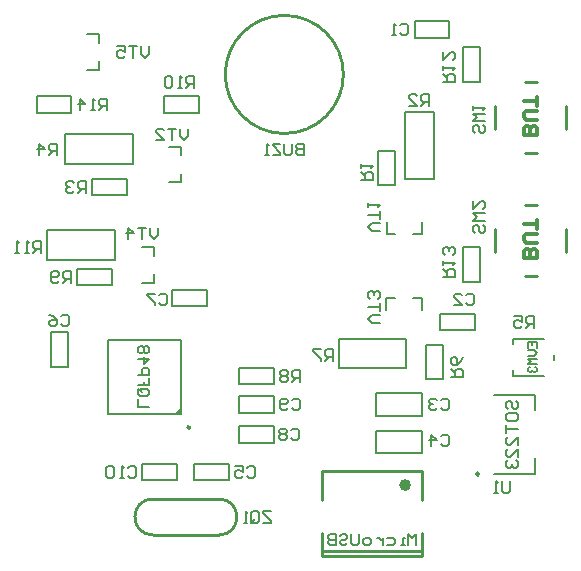
<source format=gbr>
%TF.GenerationSoftware,Altium Limited,Altium Designer,21.2.1 (34)*%
G04 Layer_Color=26472*
%FSLAX25Y25*%
%MOIN*%
%TF.SameCoordinates,9F7D5B0E-9DD4-4BF0-BF89-A6B7BC673C6C*%
%TF.FilePolarity,Positive*%
%TF.FileFunction,Legend,Bot*%
%TF.Part,Single*%
G01*
G75*
%TA.AperFunction,NonConductor*%
%ADD35C,0.01000*%
%ADD36C,0.01008*%
%ADD37C,0.02000*%
%ADD38C,0.00984*%
%ADD39C,0.00600*%
%ADD40C,0.00591*%
%ADD41C,0.00787*%
%ADD42C,0.00799*%
%ADD43C,0.00800*%
%ADD44C,0.01181*%
G36*
X63032Y49429D02*
X60669Y49429D01*
X63032Y51791D01*
X63032Y49429D01*
D02*
G37*
D35*
X117185Y162500D02*
G03*
X117185Y162500I-19685J0D01*
G01*
X191437Y103252D02*
Y111126D01*
X177657Y95378D02*
X181595D01*
X167815Y103252D02*
Y111126D01*
X177657Y119000D02*
X181595D01*
X191437Y144252D02*
Y152126D01*
X177657Y136378D02*
X181595D01*
X167815Y144252D02*
Y152126D01*
X177657Y160000D02*
X181595D01*
X110216Y30354D02*
X143287D01*
X110216Y20512D02*
Y30354D01*
X143287Y20512D02*
Y30354D01*
X110216Y2008D02*
Y9488D01*
X143287Y2008D02*
Y9488D01*
X110216Y2008D02*
X143287D01*
X110216Y3583D02*
X143287D01*
D36*
X53701Y21000D02*
G03*
X53701Y9000I0J-6000D01*
G01*
X75701D02*
G03*
X75701Y21000I0J6000D01*
G01*
X53701D02*
X75701D01*
X53701Y9000D02*
X75701D01*
D37*
X138760Y25630D02*
G03*
X138760Y25630I-984J0D01*
G01*
D38*
X162461Y29311D02*
G03*
X162461Y29311I-492J0D01*
G01*
X66024Y44902D02*
G03*
X66024Y44902I-433J0D01*
G01*
D39*
X35591Y173056D02*
Y175906D01*
X31653D02*
X35591D01*
Y164094D02*
Y166944D01*
X31653Y164094D02*
X35591D01*
X131532Y88039D02*
X134381D01*
X131532Y84102D02*
Y88039D01*
X140493D02*
X143342D01*
Y84102D02*
Y88039D01*
X54090Y102056D02*
Y104905D01*
X50153D02*
X54090D01*
Y93094D02*
Y95944D01*
X50153Y93094D02*
X54090D01*
X140556Y109409D02*
X143405D01*
Y113347D01*
X131595Y109409D02*
X134444D01*
X131595D02*
Y113347D01*
X63090Y135556D02*
Y138406D01*
X59153D02*
X63090D01*
Y126594D02*
Y129444D01*
X59153Y126594D02*
X63090D01*
X60039Y90800D02*
X71595D01*
X60039Y85200D02*
Y90800D01*
Y85200D02*
X71595D01*
Y90800D01*
X128700Y125539D02*
Y137094D01*
Y125539D02*
X134300D01*
Y137094D01*
X128700D02*
X134300D01*
X61594Y27200D02*
Y32800D01*
X50039Y27200D02*
X61594D01*
X50039D02*
Y32800D01*
X61594D01*
X25300Y65000D02*
Y76555D01*
X19700D02*
X25300D01*
X19700Y65000D02*
Y76555D01*
Y65000D02*
X25300D01*
X15000Y149700D02*
X26555D01*
Y155300D01*
X15000D02*
X26555D01*
X15000Y149700D02*
Y155300D01*
X157200Y160039D02*
Y171595D01*
Y160039D02*
X162800D01*
Y171595D01*
X157200D02*
X162800D01*
X94095Y49700D02*
Y55300D01*
X82539Y49700D02*
X94095D01*
X82539D02*
Y55300D01*
X94095D01*
Y39700D02*
Y45300D01*
X82539Y39700D02*
X94095D01*
X82539D02*
Y45300D01*
X94095D01*
X67500Y27200D02*
Y32800D01*
X79055D01*
Y27200D02*
Y32800D01*
X67500Y27200D02*
X79055D01*
X57539Y155300D02*
X69095D01*
X57539Y149700D02*
Y155300D01*
Y149700D02*
X69095D01*
Y155300D01*
X157200Y93445D02*
Y105000D01*
Y93445D02*
X162800D01*
Y105000D01*
X157200D02*
X162800D01*
X140905Y174700D02*
Y180300D01*
X152461D01*
Y174700D02*
Y180300D01*
X140905Y174700D02*
X152461D01*
X161094Y77200D02*
Y82800D01*
X149539Y77200D02*
X161094D01*
X149539D02*
Y82800D01*
X161094D01*
X150300Y60905D02*
Y72461D01*
X144700D02*
X150300D01*
X144700Y60905D02*
Y72461D01*
Y60905D02*
X150300D01*
X33406Y122200D02*
X44961D01*
Y127800D01*
X33406D02*
X44961D01*
X33406Y122200D02*
Y127800D01*
D40*
X82500Y59200D02*
X94055D01*
Y64800D01*
X82500D02*
X94055D01*
X82500Y59200D02*
Y64800D01*
X28405Y92200D02*
X39961D01*
Y97800D01*
X28405D02*
X39961D01*
X28405Y92200D02*
Y97800D01*
X178840Y71451D02*
Y73287D01*
X181595D01*
Y71451D01*
X180217Y73287D02*
Y72369D01*
X178840Y70532D02*
X180676D01*
X181595Y69614D01*
X180676Y68696D01*
X178840D01*
X181595Y67777D02*
X178840D01*
X179758Y66859D01*
X178840Y65941D01*
X181595D01*
X179299Y65022D02*
X178840Y64563D01*
Y63645D01*
X179299Y63186D01*
X179758D01*
X180217Y63645D01*
Y64104D01*
Y63645D01*
X180676Y63186D01*
X181135D01*
X181595Y63645D01*
Y64563D01*
X181135Y65022D01*
D41*
X115600Y74400D02*
X137900D01*
X115600Y64600D02*
Y74400D01*
Y64600D02*
X137900D01*
Y74400D01*
X147400Y127600D02*
Y149900D01*
X137600D02*
X147400D01*
X137600Y127600D02*
Y149900D01*
Y127600D02*
X147400D01*
X52400Y51791D02*
X48858D01*
Y54153D01*
X49449Y57695D02*
X51810D01*
X52400Y57105D01*
Y55924D01*
X51810Y55334D01*
X49449D01*
X48858Y55924D01*
Y57105D01*
X50039Y56514D02*
X48858Y57695D01*
Y57105D02*
X49449Y57695D01*
X52400Y61237D02*
Y58876D01*
X50629D01*
Y60056D01*
Y58876D01*
X48858D01*
Y62418D02*
X52400D01*
Y64189D01*
X51810Y64779D01*
X50629D01*
X50039Y64189D01*
Y62418D01*
X48858Y67731D02*
X52400D01*
X50629Y65960D01*
Y68321D01*
X51810Y69502D02*
X52400Y70092D01*
Y71273D01*
X51810Y71864D01*
X51220D01*
X50629Y71273D01*
X50039Y71864D01*
X49449D01*
X48858Y71273D01*
Y70092D01*
X49449Y69502D01*
X50039D01*
X50629Y70092D01*
X51220Y69502D01*
X51810D01*
X50629Y70092D02*
Y71273D01*
X141500Y5500D02*
Y9436D01*
X140188Y8124D01*
X138876Y9436D01*
Y5500D01*
X137564D02*
X136252D01*
X136908D01*
Y8124D01*
X137564D01*
X131661D02*
X133628D01*
X134284Y7468D01*
Y6156D01*
X133628Y5500D01*
X131661D01*
X130349Y8124D02*
Y5500D01*
Y6812D01*
X129693Y7468D01*
X129037Y8124D01*
X128381D01*
X125757Y5500D02*
X124445D01*
X123789Y6156D01*
Y7468D01*
X124445Y8124D01*
X125757D01*
X126413Y7468D01*
Y6156D01*
X125757Y5500D01*
X122477Y9436D02*
Y6156D01*
X121821Y5500D01*
X120509D01*
X119853Y6156D01*
Y9436D01*
X115918Y8780D02*
X116574Y9436D01*
X117886D01*
X118542Y8780D01*
Y8124D01*
X117886Y7468D01*
X116574D01*
X115918Y6812D01*
Y6156D01*
X116574Y5500D01*
X117886D01*
X118542Y6156D01*
X114606Y9436D02*
Y5500D01*
X112638D01*
X111982Y6156D01*
Y6812D01*
X112638Y7468D01*
X114606D01*
X112638D01*
X111982Y8124D01*
Y8780D01*
X112638Y9436D01*
X114606D01*
X172204Y50876D02*
X171548Y51532D01*
Y52844D01*
X172204Y53500D01*
X172860D01*
X173516Y52844D01*
Y51532D01*
X174172Y50876D01*
X174828D01*
X175484Y51532D01*
Y52844D01*
X174828Y53500D01*
X171548Y47596D02*
Y48908D01*
X172204Y49564D01*
X174828D01*
X175484Y48908D01*
Y47596D01*
X174828Y46940D01*
X172204D01*
X171548Y47596D01*
Y45628D02*
Y43005D01*
Y44317D01*
X175484D01*
Y39069D02*
Y41693D01*
X172860Y39069D01*
X172204D01*
X171548Y39725D01*
Y41037D01*
X172204Y41693D01*
X175484Y35133D02*
Y37757D01*
X172860Y35133D01*
X172204D01*
X171548Y35789D01*
Y37101D01*
X172204Y37757D01*
Y33821D02*
X171548Y33165D01*
Y31853D01*
X172204Y31198D01*
X172860D01*
X173516Y31853D01*
Y32509D01*
Y31853D01*
X174172Y31198D01*
X174828D01*
X175484Y31853D01*
Y33165D01*
X174828Y33821D01*
X163812Y112376D02*
X164468Y111720D01*
Y110408D01*
X163812Y109752D01*
X163156D01*
X162500Y110408D01*
Y111720D01*
X161844Y112376D01*
X161188D01*
X160532Y111720D01*
Y110408D01*
X161188Y109752D01*
X164468Y113688D02*
X160532D01*
X161844Y115000D01*
X160532Y116312D01*
X164468D01*
X160532Y120248D02*
Y117624D01*
X163156Y120248D01*
X163812D01*
X164468Y119592D01*
Y118280D01*
X163812Y117624D01*
X163812Y145532D02*
X164468Y144876D01*
Y143564D01*
X163812Y142908D01*
X163156D01*
X162500Y143564D01*
Y144876D01*
X161844Y145532D01*
X161188D01*
X160532Y144876D01*
Y143564D01*
X161188Y142908D01*
X164468Y146844D02*
X160532D01*
X161844Y148156D01*
X160532Y149468D01*
X164468D01*
X160532Y150780D02*
Y152092D01*
Y151436D01*
X164468D01*
X163812Y150780D01*
X16264Y103032D02*
Y106968D01*
X14296D01*
X13640Y106312D01*
Y105000D01*
X14296Y104344D01*
X16264D01*
X14952D02*
X13640Y103032D01*
X12328D02*
X11016D01*
X11672D01*
Y106968D01*
X12328Y106312D01*
X9048Y103032D02*
X7736D01*
X8392D01*
Y106968D01*
X9048Y106312D01*
X55656Y88812D02*
X56312Y89468D01*
X57624D01*
X58280Y88812D01*
Y86188D01*
X57624Y85532D01*
X56312D01*
X55656Y86188D01*
X54344Y89468D02*
X51720D01*
Y88812D01*
X54344Y86188D01*
Y85532D01*
X123032Y127376D02*
X126968D01*
Y129344D01*
X126312Y130000D01*
X125000D01*
X124344Y129344D01*
Y127376D01*
Y128688D02*
X123032Y130000D01*
Y131312D02*
Y132624D01*
Y131968D01*
X126968D01*
X126312Y131312D01*
X26280Y93032D02*
Y96968D01*
X24312D01*
X23656Y96312D01*
Y95000D01*
X24312Y94344D01*
X26280D01*
X24968D02*
X23656Y93032D01*
X22344Y93688D02*
X21688Y93032D01*
X20376D01*
X19720Y93688D01*
Y96312D01*
X20376Y96968D01*
X21688D01*
X22344Y96312D01*
Y95656D01*
X21688Y95000D01*
X19720D01*
X55248Y111468D02*
Y108844D01*
X53936Y107532D01*
X52624Y108844D01*
Y111468D01*
X51312D02*
X48688D01*
X50000D01*
Y107532D01*
X45408D02*
Y111468D01*
X47376Y109500D01*
X44752D01*
X45296Y31312D02*
X45952Y31968D01*
X47264D01*
X47920Y31312D01*
Y28688D01*
X47264Y28032D01*
X45952D01*
X45296Y28688D01*
X43984Y28032D02*
X42672D01*
X43328D01*
Y31968D01*
X43984Y31312D01*
X40704D02*
X40048Y31968D01*
X38736D01*
X38080Y31312D01*
Y28688D01*
X38736Y28032D01*
X40048D01*
X40704Y28688D01*
Y31312D01*
X93092Y16968D02*
X90468D01*
Y16312D01*
X93092Y13688D01*
Y13032D01*
X90468D01*
X86532Y13688D02*
Y16312D01*
X87188Y16968D01*
X88500D01*
X89156Y16312D01*
Y13688D01*
X88500Y13032D01*
X87188D01*
X87844Y14344D02*
X86532Y13032D01*
X87188D02*
X86532Y13688D01*
X85220Y13032D02*
X83908D01*
X84564D01*
Y16968D01*
X85220Y16312D01*
X52248Y171968D02*
Y169344D01*
X50936Y168032D01*
X49624Y169344D01*
Y171968D01*
X48312D02*
X45688D01*
X47000D01*
Y168032D01*
X41752Y171968D02*
X44376D01*
Y170000D01*
X43064Y170656D01*
X42408D01*
X41752Y170000D01*
Y168688D01*
X42408Y168032D01*
X43720D01*
X44376Y168688D01*
X129468Y79752D02*
X126844D01*
X125532Y81064D01*
X126844Y82376D01*
X129468D01*
Y83688D02*
Y86312D01*
Y85000D01*
X125532D01*
X128812Y87624D02*
X129468Y88280D01*
Y89592D01*
X128812Y90248D01*
X128156D01*
X127500Y89592D01*
Y88936D01*
Y89592D01*
X126844Y90248D01*
X126188D01*
X125532Y89592D01*
Y88280D01*
X126188Y87624D01*
X129468Y110408D02*
X126844D01*
X125532Y111720D01*
X126844Y113032D01*
X129468D01*
Y114344D02*
Y116968D01*
Y115656D01*
X125532D01*
Y118280D02*
Y119592D01*
Y118936D01*
X129468D01*
X128812Y118280D01*
X65248Y144468D02*
Y141844D01*
X63936Y140532D01*
X62624Y141844D01*
Y144468D01*
X61312D02*
X58688D01*
X60000D01*
Y140532D01*
X54752D02*
X57376D01*
X54752Y143156D01*
Y143812D01*
X55408Y144468D01*
X56720D01*
X57376Y143812D01*
X172624Y26968D02*
Y23688D01*
X171968Y23032D01*
X170656D01*
X170000Y23688D01*
Y26968D01*
X168688Y23032D02*
X167376D01*
X168032D01*
Y26968D01*
X168688Y26312D01*
X38420Y150532D02*
Y154468D01*
X36452D01*
X35796Y153812D01*
Y152500D01*
X36452Y151844D01*
X38420D01*
X37108D02*
X35796Y150532D01*
X34484D02*
X33172D01*
X33828D01*
Y154468D01*
X34484Y153812D01*
X29236Y150532D02*
Y154468D01*
X31204Y152500D01*
X28580D01*
X150532Y95080D02*
X154468D01*
Y97048D01*
X153812Y97704D01*
X152500D01*
X151844Y97048D01*
Y95080D01*
Y96392D02*
X150532Y97704D01*
Y99016D02*
Y100328D01*
Y99672D01*
X154468D01*
X153812Y99016D01*
Y102296D02*
X154468Y102952D01*
Y104264D01*
X153812Y104920D01*
X153156D01*
X152500Y104264D01*
Y103608D01*
Y104264D01*
X151844Y104920D01*
X151188D01*
X150532Y104264D01*
Y102952D01*
X151188Y102296D01*
X150532Y160080D02*
X154468D01*
Y162048D01*
X153812Y162704D01*
X152500D01*
X151844Y162048D01*
Y160080D01*
Y161392D02*
X150532Y162704D01*
Y164016D02*
Y165328D01*
Y164672D01*
X154468D01*
X153812Y164016D01*
X150532Y169920D02*
Y167296D01*
X153156Y169920D01*
X153812D01*
X154468Y169264D01*
Y167952D01*
X153812Y167296D01*
X67420Y158032D02*
Y161968D01*
X65452D01*
X64796Y161312D01*
Y160000D01*
X65452Y159344D01*
X67420D01*
X66108D02*
X64796Y158032D01*
X63484D02*
X62172D01*
X62828D01*
Y161968D01*
X63484Y161312D01*
X60204D02*
X59548Y161968D01*
X58236D01*
X57580Y161312D01*
Y158688D01*
X58236Y158032D01*
X59548D01*
X60204Y158688D01*
Y161312D01*
X153032Y61720D02*
X156968D01*
Y63688D01*
X156312Y64344D01*
X155000D01*
X154344Y63688D01*
Y61720D01*
Y63032D02*
X153032Y64344D01*
X156968Y68280D02*
X156312Y66968D01*
X155000Y65656D01*
X153688D01*
X153032Y66312D01*
Y67624D01*
X153688Y68280D01*
X154344D01*
X155000Y67624D01*
Y65656D01*
X102780Y60032D02*
Y63968D01*
X100812D01*
X100156Y63312D01*
Y62000D01*
X100812Y61344D01*
X102780D01*
X101468D02*
X100156Y60032D01*
X98844Y63312D02*
X98188Y63968D01*
X96876D01*
X96220Y63312D01*
Y62656D01*
X96876Y62000D01*
X96220Y61344D01*
Y60688D01*
X96876Y60032D01*
X98188D01*
X98844Y60688D01*
Y61344D01*
X98188Y62000D01*
X98844Y62656D01*
Y63312D01*
X98188Y62000D02*
X96876D01*
X113780Y67032D02*
Y70968D01*
X111812D01*
X111156Y70312D01*
Y69000D01*
X111812Y68344D01*
X113780D01*
X112468D02*
X111156Y67032D01*
X109844Y70968D02*
X107220D01*
Y70312D01*
X109844Y67688D01*
Y67032D01*
X180780Y78032D02*
Y81968D01*
X178812D01*
X178156Y81312D01*
Y80000D01*
X178812Y79344D01*
X180780D01*
X179468D02*
X178156Y78032D01*
X174220Y81968D02*
X176844D01*
Y80000D01*
X175532Y80656D01*
X174876D01*
X174220Y80000D01*
Y78688D01*
X174876Y78032D01*
X176188D01*
X176844Y78688D01*
X145780Y152032D02*
Y155968D01*
X143812D01*
X143156Y155312D01*
Y154000D01*
X143812Y153344D01*
X145780D01*
X144468D02*
X143156Y152032D01*
X139220D02*
X141844D01*
X139220Y154656D01*
Y155312D01*
X139876Y155968D01*
X141188D01*
X141844Y155312D01*
X21780Y135532D02*
Y139468D01*
X19812D01*
X19156Y138812D01*
Y137500D01*
X19812Y136844D01*
X21780D01*
X20468D02*
X19156Y135532D01*
X15876D02*
Y139468D01*
X17844Y137500D01*
X15220D01*
X31280Y123032D02*
Y126968D01*
X29312D01*
X28656Y126312D01*
Y125000D01*
X29312Y124344D01*
X31280D01*
X29968D02*
X28656Y123032D01*
X27344Y126312D02*
X26688Y126968D01*
X25376D01*
X24720Y126312D01*
Y125656D01*
X25376Y125000D01*
X26032D01*
X25376D01*
X24720Y124344D01*
Y123688D01*
X25376Y123032D01*
X26688D01*
X27344Y123688D01*
X100156Y53812D02*
X100812Y54468D01*
X102124D01*
X102780Y53812D01*
Y51188D01*
X102124Y50532D01*
X100812D01*
X100156Y51188D01*
X98844D02*
X98188Y50532D01*
X96876D01*
X96220Y51188D01*
Y53812D01*
X96876Y54468D01*
X98188D01*
X98844Y53812D01*
Y53156D01*
X98188Y52500D01*
X96220D01*
X99656Y43812D02*
X100312Y44468D01*
X101624D01*
X102280Y43812D01*
Y41188D01*
X101624Y40532D01*
X100312D01*
X99656Y41188D01*
X98344Y43812D02*
X97688Y44468D01*
X96376D01*
X95720Y43812D01*
Y43156D01*
X96376Y42500D01*
X95720Y41844D01*
Y41188D01*
X96376Y40532D01*
X97688D01*
X98344Y41188D01*
Y41844D01*
X97688Y42500D01*
X98344Y43156D01*
Y43812D01*
X97688Y42500D02*
X96376D01*
X23156Y81812D02*
X23812Y82468D01*
X25124D01*
X25780Y81812D01*
Y79188D01*
X25124Y78532D01*
X23812D01*
X23156Y79188D01*
X19220Y82468D02*
X20532Y81812D01*
X21844Y80500D01*
Y79188D01*
X21188Y78532D01*
X19876D01*
X19220Y79188D01*
Y79844D01*
X19876Y80500D01*
X21844D01*
X85156Y31312D02*
X85812Y31968D01*
X87124D01*
X87780Y31312D01*
Y28688D01*
X87124Y28032D01*
X85812D01*
X85156Y28688D01*
X81220Y31968D02*
X83844D01*
Y30000D01*
X82532Y30656D01*
X81876D01*
X81220Y30000D01*
Y28688D01*
X81876Y28032D01*
X83188D01*
X83844Y28688D01*
X149656Y41812D02*
X150312Y42468D01*
X151624D01*
X152280Y41812D01*
Y39188D01*
X151624Y38532D01*
X150312D01*
X149656Y39188D01*
X146376Y38532D02*
Y42468D01*
X148344Y40500D01*
X145720D01*
X149656Y53812D02*
X150312Y54468D01*
X151624D01*
X152280Y53812D01*
Y51188D01*
X151624Y50532D01*
X150312D01*
X149656Y51188D01*
X148344Y53812D02*
X147688Y54468D01*
X146376D01*
X145720Y53812D01*
Y53156D01*
X146376Y52500D01*
X147032D01*
X146376D01*
X145720Y51844D01*
Y51188D01*
X146376Y50532D01*
X147688D01*
X148344Y51188D01*
X158156Y88812D02*
X158812Y89468D01*
X160124D01*
X160780Y88812D01*
Y86188D01*
X160124Y85532D01*
X158812D01*
X158156Y86188D01*
X154220Y85532D02*
X156844D01*
X154220Y88156D01*
Y88812D01*
X154876Y89468D01*
X156188D01*
X156844Y88812D01*
X136000Y178812D02*
X136656Y179468D01*
X137968D01*
X138624Y178812D01*
Y176188D01*
X137968Y175532D01*
X136656D01*
X136000Y176188D01*
X134688Y175532D02*
X133376D01*
X134032D01*
Y179468D01*
X134688Y178812D01*
X104060Y139468D02*
Y135532D01*
X102092D01*
X101436Y136188D01*
Y136844D01*
X102092Y137500D01*
X104060D01*
X102092D01*
X101436Y138156D01*
Y138812D01*
X102092Y139468D01*
X104060D01*
X100124D02*
Y136188D01*
X99468Y135532D01*
X98156D01*
X97500Y136188D01*
Y139468D01*
X96188D02*
X93564D01*
Y138812D01*
X96188Y136188D01*
Y135532D01*
X93564D01*
X92252D02*
X90940D01*
X91596D01*
Y139468D01*
X92252Y138812D01*
D42*
X41000Y100500D02*
Y110500D01*
X18500Y100500D02*
X41000D01*
X18500D02*
Y110500D01*
X41000D01*
X143300Y36300D02*
Y43700D01*
X128200Y36300D02*
X143300D01*
X128200D02*
Y43700D01*
X143300D01*
Y48800D02*
Y56200D01*
X128200Y48800D02*
X143300D01*
X128200D02*
Y56200D01*
X143300D01*
X47000Y132500D02*
Y142500D01*
X24500Y132500D02*
X47000D01*
X24500D02*
Y142500D01*
X47000D01*
X38622Y49429D02*
X63032D01*
X38622Y73839D02*
X63032D01*
Y49429D02*
Y73839D01*
X38622Y49429D02*
Y73839D01*
D43*
X167382Y29311D02*
X179587D01*
X167382Y55689D02*
X179587D01*
Y29311D02*
X180984D01*
Y34500D01*
Y50500D02*
Y55689D01*
X179587D02*
X180984D01*
X173721Y72500D02*
Y74468D01*
Y61870D02*
Y63839D01*
Y74468D02*
X183957D01*
X173721Y61870D02*
X183957D01*
X187500Y67382D02*
Y68957D01*
D44*
X181762Y111126D02*
Y114125D01*
Y112626D01*
X177264D01*
X181762Y106402D02*
X178014D01*
X177264Y107151D01*
Y108651D01*
X178014Y109401D01*
X181762D01*
Y101284D02*
X177264D01*
Y103533D01*
X178014Y104282D01*
X178763D01*
X179513Y103533D01*
Y101284D01*
Y103533D01*
X180263Y104282D01*
X181013D01*
X181762Y103533D01*
Y101284D01*
Y152126D02*
Y155125D01*
Y153626D01*
X177264D01*
X181762Y147402D02*
X178014D01*
X177264Y148151D01*
Y149651D01*
X178014Y150401D01*
X181762D01*
Y142283D02*
X177264D01*
Y144533D01*
X178014Y145282D01*
X178763D01*
X179513Y144533D01*
Y142283D01*
Y144533D01*
X180263Y145282D01*
X181013D01*
X181762Y144533D01*
Y142283D01*
%TF.MD5,1b2f42e8174d49d7667e063be073a93f*%
M02*

</source>
